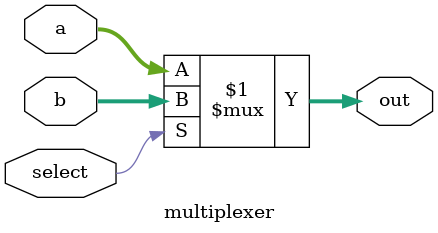
<source format=v>
module multiplexer(
    input [31:0] a,
    input [31:0] b,
    input select,
    output [31:0] out
);
assign out = select ? b : a;

endmodule // multiplexer[31,0] 
 
</source>
